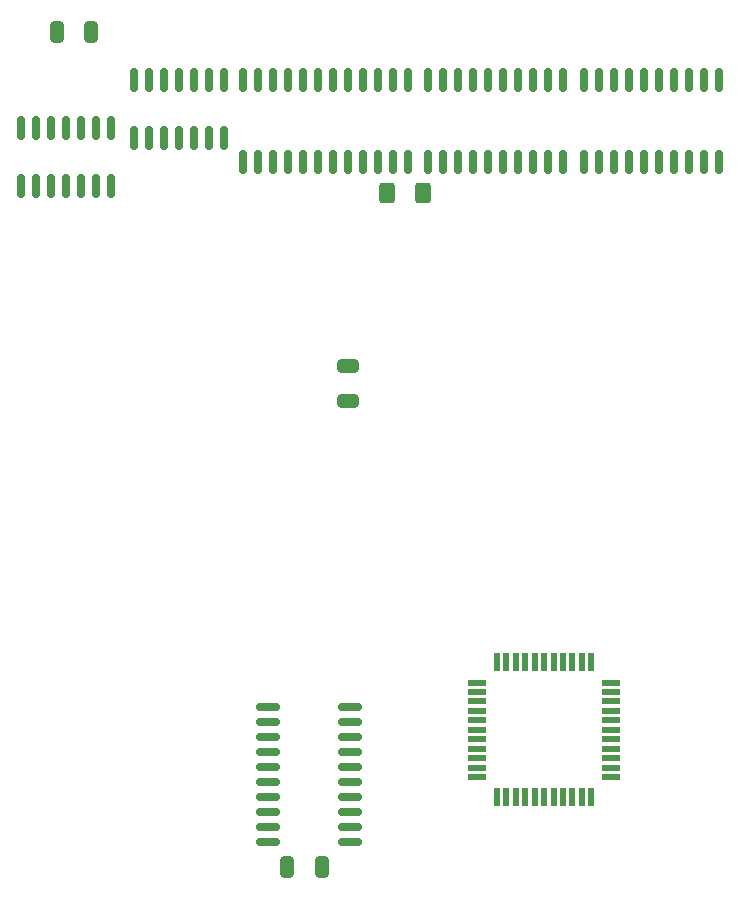
<source format=gbr>
%TF.GenerationSoftware,KiCad,Pcbnew,7.0.11-7.0.11~ubuntu20.04.1*%
%TF.CreationDate,2024-04-16T16:23:03+02:00*%
%TF.ProjectId,z80_schematics,7a38305f-7363-4686-956d-61746963732e,rev?*%
%TF.SameCoordinates,Original*%
%TF.FileFunction,Paste,Top*%
%TF.FilePolarity,Positive*%
%FSLAX46Y46*%
G04 Gerber Fmt 4.6, Leading zero omitted, Abs format (unit mm)*
G04 Created by KiCad (PCBNEW 7.0.11-7.0.11~ubuntu20.04.1) date 2024-04-16 16:23:03*
%MOMM*%
%LPD*%
G01*
G04 APERTURE LIST*
G04 Aperture macros list*
%AMRoundRect*
0 Rectangle with rounded corners*
0 $1 Rounding radius*
0 $2 $3 $4 $5 $6 $7 $8 $9 X,Y pos of 4 corners*
0 Add a 4 corners polygon primitive as box body*
4,1,4,$2,$3,$4,$5,$6,$7,$8,$9,$2,$3,0*
0 Add four circle primitives for the rounded corners*
1,1,$1+$1,$2,$3*
1,1,$1+$1,$4,$5*
1,1,$1+$1,$6,$7*
1,1,$1+$1,$8,$9*
0 Add four rect primitives between the rounded corners*
20,1,$1+$1,$2,$3,$4,$5,0*
20,1,$1+$1,$4,$5,$6,$7,0*
20,1,$1+$1,$6,$7,$8,$9,0*
20,1,$1+$1,$8,$9,$2,$3,0*%
G04 Aperture macros list end*
%ADD10RoundRect,0.150000X0.150000X-0.837500X0.150000X0.837500X-0.150000X0.837500X-0.150000X-0.837500X0*%
%ADD11RoundRect,0.250000X0.325000X0.650000X-0.325000X0.650000X-0.325000X-0.650000X0.325000X-0.650000X0*%
%ADD12RoundRect,0.150000X0.837500X0.150000X-0.837500X0.150000X-0.837500X-0.150000X0.837500X-0.150000X0*%
%ADD13RoundRect,0.250000X-0.650000X0.325000X-0.650000X-0.325000X0.650000X-0.325000X0.650000X0.325000X0*%
%ADD14RoundRect,0.150000X0.150000X-0.825000X0.150000X0.825000X-0.150000X0.825000X-0.150000X-0.825000X0*%
%ADD15RoundRect,0.250000X0.400000X0.625000X-0.400000X0.625000X-0.400000X-0.625000X0.400000X-0.625000X0*%
%ADD16R,0.550000X1.500000*%
%ADD17R,1.500000X0.550000*%
%ADD18RoundRect,0.150000X-0.150000X0.837500X-0.150000X-0.837500X0.150000X-0.837500X0.150000X0.837500X0*%
G04 APERTURE END LIST*
D10*
%TO.C,U3*%
X181393172Y-70902223D03*
X182663172Y-70902223D03*
X183933172Y-70902223D03*
X185203172Y-70902223D03*
X186473172Y-70902223D03*
X187743172Y-70902223D03*
X189013172Y-70902223D03*
X190283172Y-70902223D03*
X191553172Y-70902223D03*
X192823172Y-70902223D03*
X192823172Y-63977223D03*
X191553172Y-63977223D03*
X190283172Y-63977223D03*
X189013172Y-63977223D03*
X187743172Y-63977223D03*
X186473172Y-63977223D03*
X185203172Y-63977223D03*
X183933172Y-63977223D03*
X182663172Y-63977223D03*
X181393172Y-63977223D03*
%TD*%
D11*
%TO.C,C4*%
X159210800Y-130606800D03*
X156260800Y-130606800D03*
%TD*%
D12*
%TO.C,U21*%
X161611000Y-128473200D03*
X161611000Y-127203200D03*
X161611000Y-125933200D03*
X161611000Y-124663200D03*
X161611000Y-123393200D03*
X161611000Y-122123200D03*
X161611000Y-120853200D03*
X161611000Y-119583200D03*
X161611000Y-118313200D03*
X161611000Y-117043200D03*
X154686000Y-117043200D03*
X154686000Y-118313200D03*
X154686000Y-119583200D03*
X154686000Y-120853200D03*
X154686000Y-122123200D03*
X154686000Y-123393200D03*
X154686000Y-124663200D03*
X154686000Y-125933200D03*
X154686000Y-127203200D03*
X154686000Y-128473200D03*
%TD*%
D10*
%TO.C,U2*%
X168235972Y-70918423D03*
X169505972Y-70918423D03*
X170775972Y-70918423D03*
X172045972Y-70918423D03*
X173315972Y-70918423D03*
X174585972Y-70918423D03*
X175855972Y-70918423D03*
X177125972Y-70918423D03*
X178395972Y-70918423D03*
X179665972Y-70918423D03*
X179665972Y-63993423D03*
X178395972Y-63993423D03*
X177125972Y-63993423D03*
X175855972Y-63993423D03*
X174585972Y-63993423D03*
X173315972Y-63993423D03*
X172045972Y-63993423D03*
X170775972Y-63993423D03*
X169505972Y-63993423D03*
X168235972Y-63993423D03*
%TD*%
D13*
%TO.C,C5*%
X161417000Y-88187000D03*
X161417000Y-91137000D03*
%TD*%
D14*
%TO.C,U9*%
X133756400Y-72960000D03*
X135026400Y-72960000D03*
X136296400Y-72960000D03*
X137566400Y-72960000D03*
X138836400Y-72960000D03*
X140106400Y-72960000D03*
X141376400Y-72960000D03*
X141376400Y-68010000D03*
X140106400Y-68010000D03*
X138836400Y-68010000D03*
X137566400Y-68010000D03*
X136296400Y-68010000D03*
X135026400Y-68010000D03*
X133756400Y-68010000D03*
%TD*%
%TO.C,U8*%
X143281400Y-68896000D03*
X144551400Y-68896000D03*
X145821400Y-68896000D03*
X147091400Y-68896000D03*
X148361400Y-68896000D03*
X149631400Y-68896000D03*
X150901400Y-68896000D03*
X150901400Y-63946000D03*
X149631400Y-63946000D03*
X148361400Y-63946000D03*
X147091400Y-63946000D03*
X145821400Y-63946000D03*
X144551400Y-63946000D03*
X143281400Y-63946000D03*
%TD*%
D15*
%TO.C,R2*%
X167817800Y-73583800D03*
X164717800Y-73583800D03*
%TD*%
D16*
%TO.C,U1*%
X174029000Y-124694805D03*
X174829000Y-124694805D03*
X175629000Y-124694805D03*
X176429000Y-124694805D03*
X177229000Y-124694805D03*
X178029000Y-124694805D03*
X178829000Y-124694805D03*
X179629000Y-124694805D03*
X180429000Y-124694805D03*
X181229000Y-124694805D03*
X182029000Y-124694805D03*
D17*
X183729000Y-122994805D03*
X183729000Y-122194805D03*
X183729000Y-121394805D03*
X183729000Y-120594805D03*
X183729000Y-119794805D03*
X183729000Y-118994805D03*
X183729000Y-118194805D03*
X183729000Y-117394805D03*
X183729000Y-116594805D03*
X183729000Y-115794805D03*
X183729000Y-114994805D03*
D16*
X182029000Y-113294805D03*
X181229000Y-113294805D03*
X180429000Y-113294805D03*
X179629000Y-113294805D03*
X178829000Y-113294805D03*
X178029000Y-113294805D03*
X177229000Y-113294805D03*
X176429000Y-113294805D03*
X175629000Y-113294805D03*
X174829000Y-113294805D03*
X174029000Y-113294805D03*
D17*
X172329000Y-114994805D03*
X172329000Y-115794805D03*
X172329000Y-116594805D03*
X172329000Y-117394805D03*
X172329000Y-118194805D03*
X172329000Y-118994805D03*
X172329000Y-119794805D03*
X172329000Y-120594805D03*
X172329000Y-121394805D03*
X172329000Y-122194805D03*
X172329000Y-122994805D03*
%TD*%
D11*
%TO.C,C1*%
X139703600Y-59893200D03*
X136753600Y-59893200D03*
%TD*%
D18*
%TO.C,U5*%
X166508772Y-64009623D03*
X165238772Y-64009623D03*
X163968772Y-64009623D03*
X162698772Y-64009623D03*
X161428772Y-64009623D03*
X160158772Y-64009623D03*
X158888772Y-64009623D03*
X157618772Y-64009623D03*
X156348772Y-64009623D03*
X155078772Y-64009623D03*
X153808772Y-64009623D03*
X152538772Y-64009623D03*
X152538772Y-70934623D03*
X153808772Y-70934623D03*
X155078772Y-70934623D03*
X156348772Y-70934623D03*
X157618772Y-70934623D03*
X158888772Y-70934623D03*
X160158772Y-70934623D03*
X161428772Y-70934623D03*
X162698772Y-70934623D03*
X163968772Y-70934623D03*
X165238772Y-70934623D03*
X166508772Y-70934623D03*
%TD*%
M02*

</source>
